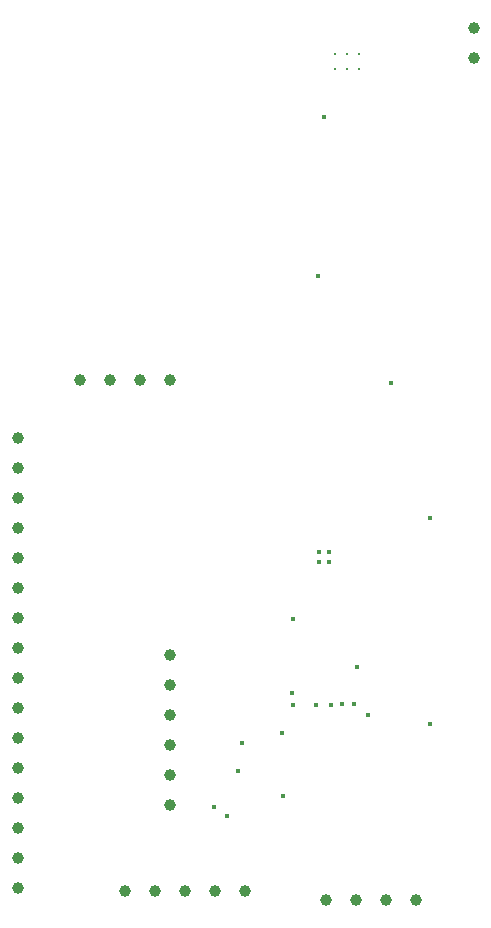
<source format=gbr>
%TF.GenerationSoftware,KiCad,Pcbnew,8.0.7*%
%TF.CreationDate,2025-03-07T17:05:49+07:00*%
%TF.ProjectId,BTL_NGUYENTRUNG,42544c5f-4e47-4555-9945-4e5452554e47,rev?*%
%TF.SameCoordinates,Original*%
%TF.FileFunction,Plated,1,2,PTH,Drill*%
%TF.FilePolarity,Positive*%
%FSLAX46Y46*%
G04 Gerber Fmt 4.6, Leading zero omitted, Abs format (unit mm)*
G04 Created by KiCad (PCBNEW 8.0.7) date 2025-03-07 17:05:49*
%MOMM*%
%LPD*%
G01*
G04 APERTURE LIST*
%TA.AperFunction,ComponentDrill*%
%ADD10C,0.200000*%
%TD*%
%TA.AperFunction,ViaDrill*%
%ADD11C,0.400000*%
%TD*%
%TA.AperFunction,ComponentDrill*%
%ADD12C,1.000000*%
%TD*%
G04 APERTURE END LIST*
D10*
%TO.C,U3*%
X71700000Y-25750000D03*
X71700000Y-27050000D03*
X72700000Y-25750000D03*
X72700000Y-27050000D03*
X73700000Y-25750000D03*
X73700000Y-27050000D03*
%TD*%
D11*
X61400000Y-89500000D03*
X62500000Y-90300000D03*
X63500000Y-86500000D03*
X63800000Y-84100000D03*
X67200000Y-83300000D03*
X67300000Y-88600000D03*
X68071265Y-79896570D03*
X68100000Y-73600000D03*
X68100499Y-80896145D03*
X70100000Y-80900000D03*
X70200000Y-44600000D03*
X70300000Y-67900000D03*
X70300000Y-68800000D03*
X70700000Y-31100000D03*
X71200000Y-67900000D03*
X71200000Y-68800000D03*
X71299994Y-80900000D03*
X72300000Y-80800000D03*
X73300000Y-80800000D03*
X73500000Y-77700000D03*
X74500000Y-81700000D03*
X76412500Y-53600000D03*
X79700000Y-65100000D03*
X79700000Y-82500000D03*
D12*
%TO.C,J2*%
X44800000Y-58280000D03*
X44800000Y-60820000D03*
X44800000Y-63360000D03*
X44800000Y-65900000D03*
X44800000Y-68440000D03*
X44800000Y-70980000D03*
X44800000Y-73520000D03*
X44800000Y-76060000D03*
X44800000Y-78600000D03*
X44800000Y-81140000D03*
X44800000Y-83680000D03*
X44800000Y-86220000D03*
X44800000Y-88760000D03*
X44800000Y-91300000D03*
X44800000Y-93840000D03*
X44800000Y-96380000D03*
%TO.C,J8*%
X50100000Y-53400000D03*
X52640000Y-53400000D03*
%TO.C,J5*%
X53920000Y-96677500D03*
%TO.C,J8*%
X55180000Y-53400000D03*
%TO.C,J5*%
X56460000Y-96677500D03*
%TO.C,J1*%
X57700000Y-76660000D03*
X57700000Y-79200000D03*
X57700000Y-81740000D03*
X57700000Y-84280000D03*
X57700000Y-86820000D03*
X57700000Y-89360000D03*
%TO.C,J8*%
X57720000Y-53400000D03*
%TO.C,J5*%
X59000000Y-96677500D03*
X61540000Y-96677500D03*
X64080000Y-96677500D03*
%TO.C,J7*%
X70880000Y-97400000D03*
X73420000Y-97400000D03*
X75960000Y-97400000D03*
X78500000Y-97400000D03*
%TO.C,J10*%
X83400000Y-23535000D03*
X83400000Y-26075000D03*
M02*

</source>
